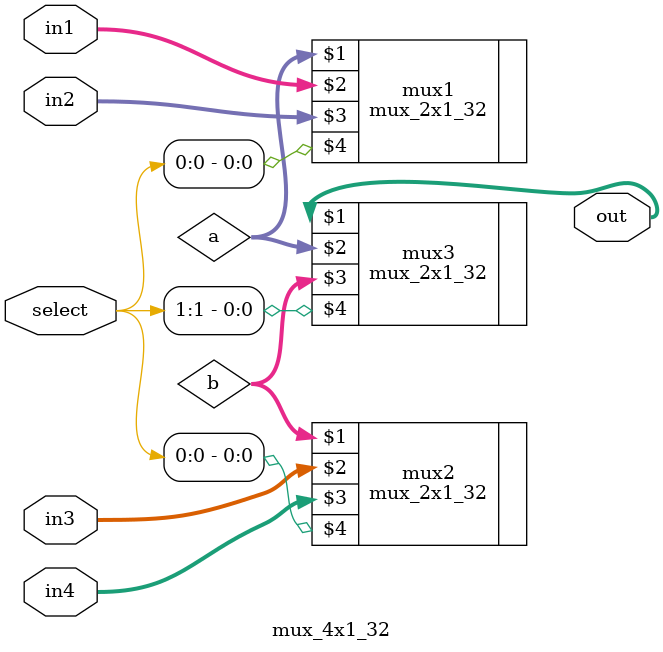
<source format=v>
module mux_4x1_32(out, in1, in2, in3, in4, select);
input [31:0] in1, in2, in3, in4;
input [1:0] select;
output [31:0] out;
wire [31:0]a, b;

mux_2x1_32 mux1(a, in1, in2, select[0]);
mux_2x1_32 mux2(b, in3, in4, select[0]);
mux_2x1_32 mux3(out, a, b, select[1]);

endmodule
</source>
